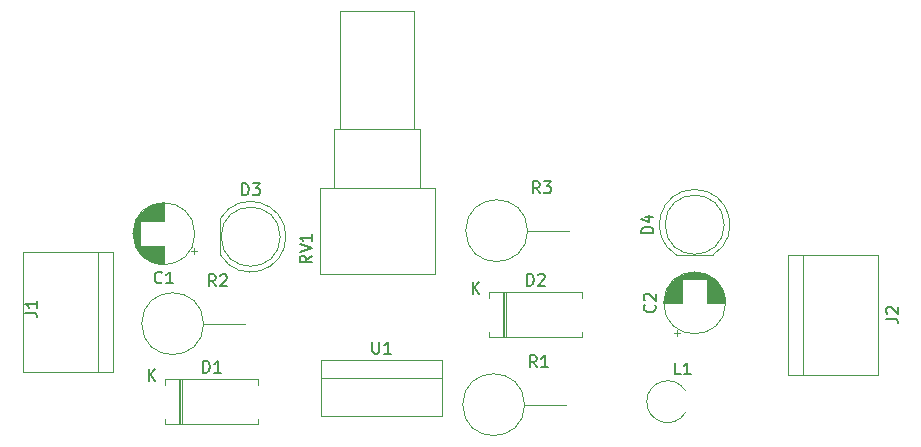
<source format=gto>
G04 #@! TF.GenerationSoftware,KiCad,Pcbnew,(5.1.2)-2*
G04 #@! TF.CreationDate,2019-10-31T11:57:37-10:00*
G04 #@! TF.ProjectId,buck converter,6275636b-2063-46f6-9e76-65727465722e,rev?*
G04 #@! TF.SameCoordinates,Original*
G04 #@! TF.FileFunction,Legend,Top*
G04 #@! TF.FilePolarity,Positive*
%FSLAX46Y46*%
G04 Gerber Fmt 4.6, Leading zero omitted, Abs format (unit mm)*
G04 Created by KiCad (PCBNEW (5.1.2)-2) date 2019-10-31 11:57:37*
%MOMM*%
%LPD*%
G04 APERTURE LIST*
%ADD10C,0.120000*%
%ADD11C,0.150000*%
G04 APERTURE END LIST*
D10*
X110586000Y-48768000D02*
G75*
G03X110586000Y-48768000I-2620000J0D01*
G01*
X107966000Y-47728000D02*
X107966000Y-46188000D01*
X107966000Y-51348000D02*
X107966000Y-49808000D01*
X107926000Y-47728000D02*
X107926000Y-46188000D01*
X107926000Y-51348000D02*
X107926000Y-49808000D01*
X107886000Y-51347000D02*
X107886000Y-49808000D01*
X107886000Y-47728000D02*
X107886000Y-46189000D01*
X107846000Y-51346000D02*
X107846000Y-49808000D01*
X107846000Y-47728000D02*
X107846000Y-46190000D01*
X107806000Y-51344000D02*
X107806000Y-49808000D01*
X107806000Y-47728000D02*
X107806000Y-46192000D01*
X107766000Y-51341000D02*
X107766000Y-49808000D01*
X107766000Y-47728000D02*
X107766000Y-46195000D01*
X107726000Y-51337000D02*
X107726000Y-49808000D01*
X107726000Y-47728000D02*
X107726000Y-46199000D01*
X107686000Y-51333000D02*
X107686000Y-49808000D01*
X107686000Y-47728000D02*
X107686000Y-46203000D01*
X107646000Y-51329000D02*
X107646000Y-49808000D01*
X107646000Y-47728000D02*
X107646000Y-46207000D01*
X107606000Y-51324000D02*
X107606000Y-49808000D01*
X107606000Y-47728000D02*
X107606000Y-46212000D01*
X107566000Y-51318000D02*
X107566000Y-49808000D01*
X107566000Y-47728000D02*
X107566000Y-46218000D01*
X107526000Y-51311000D02*
X107526000Y-49808000D01*
X107526000Y-47728000D02*
X107526000Y-46225000D01*
X107486000Y-51304000D02*
X107486000Y-49808000D01*
X107486000Y-47728000D02*
X107486000Y-46232000D01*
X107446000Y-51296000D02*
X107446000Y-49808000D01*
X107446000Y-47728000D02*
X107446000Y-46240000D01*
X107406000Y-51288000D02*
X107406000Y-49808000D01*
X107406000Y-47728000D02*
X107406000Y-46248000D01*
X107366000Y-51279000D02*
X107366000Y-49808000D01*
X107366000Y-47728000D02*
X107366000Y-46257000D01*
X107326000Y-51269000D02*
X107326000Y-49808000D01*
X107326000Y-47728000D02*
X107326000Y-46267000D01*
X107286000Y-51259000D02*
X107286000Y-49808000D01*
X107286000Y-47728000D02*
X107286000Y-46277000D01*
X107245000Y-51248000D02*
X107245000Y-49808000D01*
X107245000Y-47728000D02*
X107245000Y-46288000D01*
X107205000Y-51236000D02*
X107205000Y-49808000D01*
X107205000Y-47728000D02*
X107205000Y-46300000D01*
X107165000Y-51223000D02*
X107165000Y-49808000D01*
X107165000Y-47728000D02*
X107165000Y-46313000D01*
X107125000Y-51210000D02*
X107125000Y-49808000D01*
X107125000Y-47728000D02*
X107125000Y-46326000D01*
X107085000Y-51196000D02*
X107085000Y-49808000D01*
X107085000Y-47728000D02*
X107085000Y-46340000D01*
X107045000Y-51182000D02*
X107045000Y-49808000D01*
X107045000Y-47728000D02*
X107045000Y-46354000D01*
X107005000Y-51166000D02*
X107005000Y-49808000D01*
X107005000Y-47728000D02*
X107005000Y-46370000D01*
X106965000Y-51150000D02*
X106965000Y-49808000D01*
X106965000Y-47728000D02*
X106965000Y-46386000D01*
X106925000Y-51133000D02*
X106925000Y-49808000D01*
X106925000Y-47728000D02*
X106925000Y-46403000D01*
X106885000Y-51116000D02*
X106885000Y-49808000D01*
X106885000Y-47728000D02*
X106885000Y-46420000D01*
X106845000Y-51097000D02*
X106845000Y-49808000D01*
X106845000Y-47728000D02*
X106845000Y-46439000D01*
X106805000Y-51078000D02*
X106805000Y-49808000D01*
X106805000Y-47728000D02*
X106805000Y-46458000D01*
X106765000Y-51058000D02*
X106765000Y-49808000D01*
X106765000Y-47728000D02*
X106765000Y-46478000D01*
X106725000Y-51036000D02*
X106725000Y-49808000D01*
X106725000Y-47728000D02*
X106725000Y-46500000D01*
X106685000Y-51015000D02*
X106685000Y-49808000D01*
X106685000Y-47728000D02*
X106685000Y-46521000D01*
X106645000Y-50992000D02*
X106645000Y-49808000D01*
X106645000Y-47728000D02*
X106645000Y-46544000D01*
X106605000Y-50968000D02*
X106605000Y-49808000D01*
X106605000Y-47728000D02*
X106605000Y-46568000D01*
X106565000Y-50943000D02*
X106565000Y-49808000D01*
X106565000Y-47728000D02*
X106565000Y-46593000D01*
X106525000Y-50917000D02*
X106525000Y-49808000D01*
X106525000Y-47728000D02*
X106525000Y-46619000D01*
X106485000Y-50890000D02*
X106485000Y-49808000D01*
X106485000Y-47728000D02*
X106485000Y-46646000D01*
X106445000Y-50863000D02*
X106445000Y-49808000D01*
X106445000Y-47728000D02*
X106445000Y-46673000D01*
X106405000Y-50833000D02*
X106405000Y-49808000D01*
X106405000Y-47728000D02*
X106405000Y-46703000D01*
X106365000Y-50803000D02*
X106365000Y-49808000D01*
X106365000Y-47728000D02*
X106365000Y-46733000D01*
X106325000Y-50772000D02*
X106325000Y-49808000D01*
X106325000Y-47728000D02*
X106325000Y-46764000D01*
X106285000Y-50739000D02*
X106285000Y-49808000D01*
X106285000Y-47728000D02*
X106285000Y-46797000D01*
X106245000Y-50705000D02*
X106245000Y-49808000D01*
X106245000Y-47728000D02*
X106245000Y-46831000D01*
X106205000Y-50669000D02*
X106205000Y-49808000D01*
X106205000Y-47728000D02*
X106205000Y-46867000D01*
X106165000Y-50632000D02*
X106165000Y-49808000D01*
X106165000Y-47728000D02*
X106165000Y-46904000D01*
X106125000Y-50594000D02*
X106125000Y-49808000D01*
X106125000Y-47728000D02*
X106125000Y-46942000D01*
X106085000Y-50553000D02*
X106085000Y-49808000D01*
X106085000Y-47728000D02*
X106085000Y-46983000D01*
X106045000Y-50511000D02*
X106045000Y-49808000D01*
X106045000Y-47728000D02*
X106045000Y-47025000D01*
X106005000Y-50467000D02*
X106005000Y-49808000D01*
X106005000Y-47728000D02*
X106005000Y-47069000D01*
X105965000Y-50421000D02*
X105965000Y-49808000D01*
X105965000Y-47728000D02*
X105965000Y-47115000D01*
X105925000Y-50373000D02*
X105925000Y-47163000D01*
X105885000Y-50322000D02*
X105885000Y-47214000D01*
X105845000Y-50268000D02*
X105845000Y-47268000D01*
X105805000Y-50211000D02*
X105805000Y-47325000D01*
X105765000Y-50151000D02*
X105765000Y-47385000D01*
X105725000Y-50087000D02*
X105725000Y-47449000D01*
X105685000Y-50019000D02*
X105685000Y-47517000D01*
X105645000Y-49946000D02*
X105645000Y-47590000D01*
X105605000Y-49866000D02*
X105605000Y-47670000D01*
X105565000Y-49779000D02*
X105565000Y-47757000D01*
X105525000Y-49683000D02*
X105525000Y-47853000D01*
X105485000Y-49573000D02*
X105485000Y-47963000D01*
X105445000Y-49445000D02*
X105445000Y-48091000D01*
X105405000Y-49286000D02*
X105405000Y-48250000D01*
X105365000Y-49052000D02*
X105365000Y-48484000D01*
X110770775Y-50243000D02*
X110270775Y-50243000D01*
X110520775Y-50493000D02*
X110520775Y-49993000D01*
X151183000Y-57180775D02*
X151683000Y-57180775D01*
X151433000Y-57430775D02*
X151433000Y-56930775D01*
X152624000Y-52025000D02*
X153192000Y-52025000D01*
X152390000Y-52065000D02*
X153426000Y-52065000D01*
X152231000Y-52105000D02*
X153585000Y-52105000D01*
X152103000Y-52145000D02*
X153713000Y-52145000D01*
X151993000Y-52185000D02*
X153823000Y-52185000D01*
X151897000Y-52225000D02*
X153919000Y-52225000D01*
X151810000Y-52265000D02*
X154006000Y-52265000D01*
X151730000Y-52305000D02*
X154086000Y-52305000D01*
X151657000Y-52345000D02*
X154159000Y-52345000D01*
X151589000Y-52385000D02*
X154227000Y-52385000D01*
X151525000Y-52425000D02*
X154291000Y-52425000D01*
X151465000Y-52465000D02*
X154351000Y-52465000D01*
X151408000Y-52505000D02*
X154408000Y-52505000D01*
X151354000Y-52545000D02*
X154462000Y-52545000D01*
X151303000Y-52585000D02*
X154513000Y-52585000D01*
X153948000Y-52625000D02*
X154561000Y-52625000D01*
X151255000Y-52625000D02*
X151868000Y-52625000D01*
X153948000Y-52665000D02*
X154607000Y-52665000D01*
X151209000Y-52665000D02*
X151868000Y-52665000D01*
X153948000Y-52705000D02*
X154651000Y-52705000D01*
X151165000Y-52705000D02*
X151868000Y-52705000D01*
X153948000Y-52745000D02*
X154693000Y-52745000D01*
X151123000Y-52745000D02*
X151868000Y-52745000D01*
X153948000Y-52785000D02*
X154734000Y-52785000D01*
X151082000Y-52785000D02*
X151868000Y-52785000D01*
X153948000Y-52825000D02*
X154772000Y-52825000D01*
X151044000Y-52825000D02*
X151868000Y-52825000D01*
X153948000Y-52865000D02*
X154809000Y-52865000D01*
X151007000Y-52865000D02*
X151868000Y-52865000D01*
X153948000Y-52905000D02*
X154845000Y-52905000D01*
X150971000Y-52905000D02*
X151868000Y-52905000D01*
X153948000Y-52945000D02*
X154879000Y-52945000D01*
X150937000Y-52945000D02*
X151868000Y-52945000D01*
X153948000Y-52985000D02*
X154912000Y-52985000D01*
X150904000Y-52985000D02*
X151868000Y-52985000D01*
X153948000Y-53025000D02*
X154943000Y-53025000D01*
X150873000Y-53025000D02*
X151868000Y-53025000D01*
X153948000Y-53065000D02*
X154973000Y-53065000D01*
X150843000Y-53065000D02*
X151868000Y-53065000D01*
X153948000Y-53105000D02*
X155003000Y-53105000D01*
X150813000Y-53105000D02*
X151868000Y-53105000D01*
X153948000Y-53145000D02*
X155030000Y-53145000D01*
X150786000Y-53145000D02*
X151868000Y-53145000D01*
X153948000Y-53185000D02*
X155057000Y-53185000D01*
X150759000Y-53185000D02*
X151868000Y-53185000D01*
X153948000Y-53225000D02*
X155083000Y-53225000D01*
X150733000Y-53225000D02*
X151868000Y-53225000D01*
X153948000Y-53265000D02*
X155108000Y-53265000D01*
X150708000Y-53265000D02*
X151868000Y-53265000D01*
X153948000Y-53305000D02*
X155132000Y-53305000D01*
X150684000Y-53305000D02*
X151868000Y-53305000D01*
X153948000Y-53345000D02*
X155155000Y-53345000D01*
X150661000Y-53345000D02*
X151868000Y-53345000D01*
X153948000Y-53385000D02*
X155176000Y-53385000D01*
X150640000Y-53385000D02*
X151868000Y-53385000D01*
X153948000Y-53425000D02*
X155198000Y-53425000D01*
X150618000Y-53425000D02*
X151868000Y-53425000D01*
X153948000Y-53465000D02*
X155218000Y-53465000D01*
X150598000Y-53465000D02*
X151868000Y-53465000D01*
X153948000Y-53505000D02*
X155237000Y-53505000D01*
X150579000Y-53505000D02*
X151868000Y-53505000D01*
X153948000Y-53545000D02*
X155256000Y-53545000D01*
X150560000Y-53545000D02*
X151868000Y-53545000D01*
X153948000Y-53585000D02*
X155273000Y-53585000D01*
X150543000Y-53585000D02*
X151868000Y-53585000D01*
X153948000Y-53625000D02*
X155290000Y-53625000D01*
X150526000Y-53625000D02*
X151868000Y-53625000D01*
X153948000Y-53665000D02*
X155306000Y-53665000D01*
X150510000Y-53665000D02*
X151868000Y-53665000D01*
X153948000Y-53705000D02*
X155322000Y-53705000D01*
X150494000Y-53705000D02*
X151868000Y-53705000D01*
X153948000Y-53745000D02*
X155336000Y-53745000D01*
X150480000Y-53745000D02*
X151868000Y-53745000D01*
X153948000Y-53785000D02*
X155350000Y-53785000D01*
X150466000Y-53785000D02*
X151868000Y-53785000D01*
X153948000Y-53825000D02*
X155363000Y-53825000D01*
X150453000Y-53825000D02*
X151868000Y-53825000D01*
X153948000Y-53865000D02*
X155376000Y-53865000D01*
X150440000Y-53865000D02*
X151868000Y-53865000D01*
X153948000Y-53905000D02*
X155388000Y-53905000D01*
X150428000Y-53905000D02*
X151868000Y-53905000D01*
X153948000Y-53946000D02*
X155399000Y-53946000D01*
X150417000Y-53946000D02*
X151868000Y-53946000D01*
X153948000Y-53986000D02*
X155409000Y-53986000D01*
X150407000Y-53986000D02*
X151868000Y-53986000D01*
X153948000Y-54026000D02*
X155419000Y-54026000D01*
X150397000Y-54026000D02*
X151868000Y-54026000D01*
X153948000Y-54066000D02*
X155428000Y-54066000D01*
X150388000Y-54066000D02*
X151868000Y-54066000D01*
X153948000Y-54106000D02*
X155436000Y-54106000D01*
X150380000Y-54106000D02*
X151868000Y-54106000D01*
X153948000Y-54146000D02*
X155444000Y-54146000D01*
X150372000Y-54146000D02*
X151868000Y-54146000D01*
X153948000Y-54186000D02*
X155451000Y-54186000D01*
X150365000Y-54186000D02*
X151868000Y-54186000D01*
X153948000Y-54226000D02*
X155458000Y-54226000D01*
X150358000Y-54226000D02*
X151868000Y-54226000D01*
X153948000Y-54266000D02*
X155464000Y-54266000D01*
X150352000Y-54266000D02*
X151868000Y-54266000D01*
X153948000Y-54306000D02*
X155469000Y-54306000D01*
X150347000Y-54306000D02*
X151868000Y-54306000D01*
X153948000Y-54346000D02*
X155473000Y-54346000D01*
X150343000Y-54346000D02*
X151868000Y-54346000D01*
X153948000Y-54386000D02*
X155477000Y-54386000D01*
X150339000Y-54386000D02*
X151868000Y-54386000D01*
X153948000Y-54426000D02*
X155481000Y-54426000D01*
X150335000Y-54426000D02*
X151868000Y-54426000D01*
X153948000Y-54466000D02*
X155484000Y-54466000D01*
X150332000Y-54466000D02*
X151868000Y-54466000D01*
X153948000Y-54506000D02*
X155486000Y-54506000D01*
X150330000Y-54506000D02*
X151868000Y-54506000D01*
X153948000Y-54546000D02*
X155487000Y-54546000D01*
X150329000Y-54546000D02*
X151868000Y-54546000D01*
X150328000Y-54586000D02*
X151868000Y-54586000D01*
X153948000Y-54586000D02*
X155488000Y-54586000D01*
X150328000Y-54626000D02*
X151868000Y-54626000D01*
X153948000Y-54626000D02*
X155488000Y-54626000D01*
X155528000Y-54626000D02*
G75*
G03X155528000Y-54626000I-2620000J0D01*
G01*
X109234000Y-61072000D02*
X109234000Y-64912000D01*
X109474000Y-61072000D02*
X109474000Y-64912000D01*
X109354000Y-61072000D02*
X109354000Y-64912000D01*
X115934000Y-64912000D02*
X115934000Y-64432000D01*
X108094000Y-64912000D02*
X115934000Y-64912000D01*
X108094000Y-64432000D02*
X108094000Y-64912000D01*
X115934000Y-61072000D02*
X115934000Y-61552000D01*
X108094000Y-61072000D02*
X115934000Y-61072000D01*
X108094000Y-61552000D02*
X108094000Y-61072000D01*
X135526000Y-54186000D02*
X135526000Y-53706000D01*
X135526000Y-53706000D02*
X143366000Y-53706000D01*
X143366000Y-53706000D02*
X143366000Y-54186000D01*
X135526000Y-57066000D02*
X135526000Y-57546000D01*
X135526000Y-57546000D02*
X143366000Y-57546000D01*
X143366000Y-57546000D02*
X143366000Y-57066000D01*
X136786000Y-53706000D02*
X136786000Y-57546000D01*
X136906000Y-53706000D02*
X136906000Y-57546000D01*
X136666000Y-53706000D02*
X136666000Y-57546000D01*
X118306000Y-49022462D02*
G75*
G03X112756000Y-47477170I-2990000J462D01*
G01*
X118306000Y-49021538D02*
G75*
G02X112756000Y-50566830I-2990000J-462D01*
G01*
X117816000Y-49022000D02*
G75*
G03X117816000Y-49022000I-2500000J0D01*
G01*
X112756000Y-47477000D02*
X112756000Y-50567000D01*
X151363000Y-50566000D02*
X154453000Y-50566000D01*
X155408000Y-48006000D02*
G75*
G03X155408000Y-48006000I-2500000J0D01*
G01*
X152907538Y-45016000D02*
G75*
G02X154452830Y-50566000I462J-2990000D01*
G01*
X152908462Y-45016000D02*
G75*
G03X151363170Y-50566000I-462J-2990000D01*
G01*
X102362000Y-50292000D02*
X102362000Y-60452000D01*
X103632000Y-50292000D02*
X96012000Y-50292000D01*
X96012000Y-50292000D02*
X96012000Y-60452000D01*
X96012000Y-60452000D02*
X103632000Y-60452000D01*
X103632000Y-60452000D02*
X103632000Y-50292000D01*
X160782000Y-50546000D02*
X160782000Y-60706000D01*
X168402000Y-50546000D02*
X160782000Y-50546000D01*
X168402000Y-60706000D02*
X168402000Y-50546000D01*
X160782000Y-60706000D02*
X168402000Y-60706000D01*
X162052000Y-60706000D02*
X162052000Y-50546000D01*
X138510000Y-63246000D02*
G75*
G03X138510000Y-63246000I-2620000J0D01*
G01*
X138510000Y-63246000D02*
X142010000Y-63246000D01*
X111332000Y-56388000D02*
X114832000Y-56388000D01*
X111332000Y-56388000D02*
G75*
G03X111332000Y-56388000I-2620000J0D01*
G01*
X138764000Y-48514000D02*
G75*
G03X138764000Y-48514000I-2620000J0D01*
G01*
X138764000Y-48514000D02*
X142264000Y-48514000D01*
X121154000Y-52208000D02*
X121154000Y-44918000D01*
X130894000Y-52208000D02*
X130894000Y-44918000D01*
X121154000Y-52208000D02*
X130894000Y-52208000D01*
X121154000Y-44918000D02*
X130894000Y-44918000D01*
X122404000Y-44918000D02*
X122404000Y-39918000D01*
X129644000Y-44918000D02*
X129644000Y-39918000D01*
X122404000Y-44918000D02*
X129644000Y-44918000D01*
X122404000Y-39918000D02*
X129644000Y-39918000D01*
X122904000Y-39918000D02*
X122904000Y-29918000D01*
X129144000Y-39918000D02*
X129144000Y-29918000D01*
X122904000Y-39918000D02*
X129144000Y-39918000D01*
X122904000Y-29918000D02*
X129144000Y-29918000D01*
X121273000Y-59460000D02*
X131514000Y-59460000D01*
X121273000Y-64201000D02*
X131514000Y-64201000D01*
X121273000Y-59460000D02*
X121273000Y-64201000D01*
X131514000Y-59460000D02*
X131514000Y-64201000D01*
X121273000Y-61000000D02*
X131514000Y-61000000D01*
X152134118Y-63912000D02*
G75*
G02X152134118Y-62072000I-1512118J920000D01*
G01*
D11*
X107799333Y-52875142D02*
X107751714Y-52922761D01*
X107608857Y-52970380D01*
X107513619Y-52970380D01*
X107370761Y-52922761D01*
X107275523Y-52827523D01*
X107227904Y-52732285D01*
X107180285Y-52541809D01*
X107180285Y-52398952D01*
X107227904Y-52208476D01*
X107275523Y-52113238D01*
X107370761Y-52018000D01*
X107513619Y-51970380D01*
X107608857Y-51970380D01*
X107751714Y-52018000D01*
X107799333Y-52065619D01*
X108751714Y-52970380D02*
X108180285Y-52970380D01*
X108466000Y-52970380D02*
X108466000Y-51970380D01*
X108370761Y-52113238D01*
X108275523Y-52208476D01*
X108180285Y-52256095D01*
X149515142Y-54792666D02*
X149562761Y-54840285D01*
X149610380Y-54983142D01*
X149610380Y-55078380D01*
X149562761Y-55221238D01*
X149467523Y-55316476D01*
X149372285Y-55364095D01*
X149181809Y-55411714D01*
X149038952Y-55411714D01*
X148848476Y-55364095D01*
X148753238Y-55316476D01*
X148658000Y-55221238D01*
X148610380Y-55078380D01*
X148610380Y-54983142D01*
X148658000Y-54840285D01*
X148705619Y-54792666D01*
X148705619Y-54411714D02*
X148658000Y-54364095D01*
X148610380Y-54268857D01*
X148610380Y-54030761D01*
X148658000Y-53935523D01*
X148705619Y-53887904D01*
X148800857Y-53840285D01*
X148896095Y-53840285D01*
X149038952Y-53887904D01*
X149610380Y-54459333D01*
X149610380Y-53840285D01*
X111275904Y-60524380D02*
X111275904Y-59524380D01*
X111514000Y-59524380D01*
X111656857Y-59572000D01*
X111752095Y-59667238D01*
X111799714Y-59762476D01*
X111847333Y-59952952D01*
X111847333Y-60095809D01*
X111799714Y-60286285D01*
X111752095Y-60381523D01*
X111656857Y-60476761D01*
X111514000Y-60524380D01*
X111275904Y-60524380D01*
X112799714Y-60524380D02*
X112228285Y-60524380D01*
X112514000Y-60524380D02*
X112514000Y-59524380D01*
X112418761Y-59667238D01*
X112323523Y-59762476D01*
X112228285Y-59810095D01*
X106672095Y-61244380D02*
X106672095Y-60244380D01*
X107243523Y-61244380D02*
X106814952Y-60672952D01*
X107243523Y-60244380D02*
X106672095Y-60815809D01*
X138707904Y-53158380D02*
X138707904Y-52158380D01*
X138946000Y-52158380D01*
X139088857Y-52206000D01*
X139184095Y-52301238D01*
X139231714Y-52396476D01*
X139279333Y-52586952D01*
X139279333Y-52729809D01*
X139231714Y-52920285D01*
X139184095Y-53015523D01*
X139088857Y-53110761D01*
X138946000Y-53158380D01*
X138707904Y-53158380D01*
X139660285Y-52253619D02*
X139707904Y-52206000D01*
X139803142Y-52158380D01*
X140041238Y-52158380D01*
X140136476Y-52206000D01*
X140184095Y-52253619D01*
X140231714Y-52348857D01*
X140231714Y-52444095D01*
X140184095Y-52586952D01*
X139612666Y-53158380D01*
X140231714Y-53158380D01*
X134104095Y-53878380D02*
X134104095Y-52878380D01*
X134675523Y-53878380D02*
X134246952Y-53306952D01*
X134675523Y-52878380D02*
X134104095Y-53449809D01*
X114577904Y-45514380D02*
X114577904Y-44514380D01*
X114816000Y-44514380D01*
X114958857Y-44562000D01*
X115054095Y-44657238D01*
X115101714Y-44752476D01*
X115149333Y-44942952D01*
X115149333Y-45085809D01*
X115101714Y-45276285D01*
X115054095Y-45371523D01*
X114958857Y-45466761D01*
X114816000Y-45514380D01*
X114577904Y-45514380D01*
X115482666Y-44514380D02*
X116101714Y-44514380D01*
X115768380Y-44895333D01*
X115911238Y-44895333D01*
X116006476Y-44942952D01*
X116054095Y-44990571D01*
X116101714Y-45085809D01*
X116101714Y-45323904D01*
X116054095Y-45419142D01*
X116006476Y-45466761D01*
X115911238Y-45514380D01*
X115625523Y-45514380D01*
X115530285Y-45466761D01*
X115482666Y-45419142D01*
X149400380Y-48744095D02*
X148400380Y-48744095D01*
X148400380Y-48506000D01*
X148448000Y-48363142D01*
X148543238Y-48267904D01*
X148638476Y-48220285D01*
X148828952Y-48172666D01*
X148971809Y-48172666D01*
X149162285Y-48220285D01*
X149257523Y-48267904D01*
X149352761Y-48363142D01*
X149400380Y-48506000D01*
X149400380Y-48744095D01*
X148733714Y-47315523D02*
X149400380Y-47315523D01*
X148352761Y-47553619D02*
X149067047Y-47791714D01*
X149067047Y-47172666D01*
X96226380Y-55451333D02*
X96940666Y-55451333D01*
X97083523Y-55498952D01*
X97178761Y-55594190D01*
X97226380Y-55737047D01*
X97226380Y-55832285D01*
X97226380Y-54451333D02*
X97226380Y-55022761D01*
X97226380Y-54737047D02*
X96226380Y-54737047D01*
X96369238Y-54832285D01*
X96464476Y-54927523D01*
X96512095Y-55022761D01*
X169124380Y-55959333D02*
X169838666Y-55959333D01*
X169981523Y-56006952D01*
X170076761Y-56102190D01*
X170124380Y-56245047D01*
X170124380Y-56340285D01*
X169219619Y-55530761D02*
X169172000Y-55483142D01*
X169124380Y-55387904D01*
X169124380Y-55149809D01*
X169172000Y-55054571D01*
X169219619Y-55006952D01*
X169314857Y-54959333D01*
X169410095Y-54959333D01*
X169552952Y-55006952D01*
X170124380Y-55578380D01*
X170124380Y-54959333D01*
X139533333Y-60078380D02*
X139200000Y-59602190D01*
X138961904Y-60078380D02*
X138961904Y-59078380D01*
X139342857Y-59078380D01*
X139438095Y-59126000D01*
X139485714Y-59173619D01*
X139533333Y-59268857D01*
X139533333Y-59411714D01*
X139485714Y-59506952D01*
X139438095Y-59554571D01*
X139342857Y-59602190D01*
X138961904Y-59602190D01*
X140485714Y-60078380D02*
X139914285Y-60078380D01*
X140200000Y-60078380D02*
X140200000Y-59078380D01*
X140104761Y-59221238D01*
X140009523Y-59316476D01*
X139914285Y-59364095D01*
X112355333Y-53220380D02*
X112022000Y-52744190D01*
X111783904Y-53220380D02*
X111783904Y-52220380D01*
X112164857Y-52220380D01*
X112260095Y-52268000D01*
X112307714Y-52315619D01*
X112355333Y-52410857D01*
X112355333Y-52553714D01*
X112307714Y-52648952D01*
X112260095Y-52696571D01*
X112164857Y-52744190D01*
X111783904Y-52744190D01*
X112736285Y-52315619D02*
X112783904Y-52268000D01*
X112879142Y-52220380D01*
X113117238Y-52220380D01*
X113212476Y-52268000D01*
X113260095Y-52315619D01*
X113307714Y-52410857D01*
X113307714Y-52506095D01*
X113260095Y-52648952D01*
X112688666Y-53220380D01*
X113307714Y-53220380D01*
X139787333Y-45346380D02*
X139454000Y-44870190D01*
X139215904Y-45346380D02*
X139215904Y-44346380D01*
X139596857Y-44346380D01*
X139692095Y-44394000D01*
X139739714Y-44441619D01*
X139787333Y-44536857D01*
X139787333Y-44679714D01*
X139739714Y-44774952D01*
X139692095Y-44822571D01*
X139596857Y-44870190D01*
X139215904Y-44870190D01*
X140120666Y-44346380D02*
X140739714Y-44346380D01*
X140406380Y-44727333D01*
X140549238Y-44727333D01*
X140644476Y-44774952D01*
X140692095Y-44822571D01*
X140739714Y-44917809D01*
X140739714Y-45155904D01*
X140692095Y-45251142D01*
X140644476Y-45298761D01*
X140549238Y-45346380D01*
X140263523Y-45346380D01*
X140168285Y-45298761D01*
X140120666Y-45251142D01*
X120476380Y-50633238D02*
X120000190Y-50966571D01*
X120476380Y-51204666D02*
X119476380Y-51204666D01*
X119476380Y-50823714D01*
X119524000Y-50728476D01*
X119571619Y-50680857D01*
X119666857Y-50633238D01*
X119809714Y-50633238D01*
X119904952Y-50680857D01*
X119952571Y-50728476D01*
X120000190Y-50823714D01*
X120000190Y-51204666D01*
X119476380Y-50347523D02*
X120476380Y-50014190D01*
X119476380Y-49680857D01*
X120476380Y-48823714D02*
X120476380Y-49395142D01*
X120476380Y-49109428D02*
X119476380Y-49109428D01*
X119619238Y-49204666D01*
X119714476Y-49299904D01*
X119762095Y-49395142D01*
X125632095Y-57912380D02*
X125632095Y-58721904D01*
X125679714Y-58817142D01*
X125727333Y-58864761D01*
X125822571Y-58912380D01*
X126013047Y-58912380D01*
X126108285Y-58864761D01*
X126155904Y-58817142D01*
X126203523Y-58721904D01*
X126203523Y-57912380D01*
X127203523Y-58912380D02*
X126632095Y-58912380D01*
X126917809Y-58912380D02*
X126917809Y-57912380D01*
X126822571Y-58055238D01*
X126727333Y-58150476D01*
X126632095Y-58198095D01*
X151725333Y-60674380D02*
X151249142Y-60674380D01*
X151249142Y-59674380D01*
X152582476Y-60674380D02*
X152011047Y-60674380D01*
X152296761Y-60674380D02*
X152296761Y-59674380D01*
X152201523Y-59817238D01*
X152106285Y-59912476D01*
X152011047Y-59960095D01*
M02*

</source>
